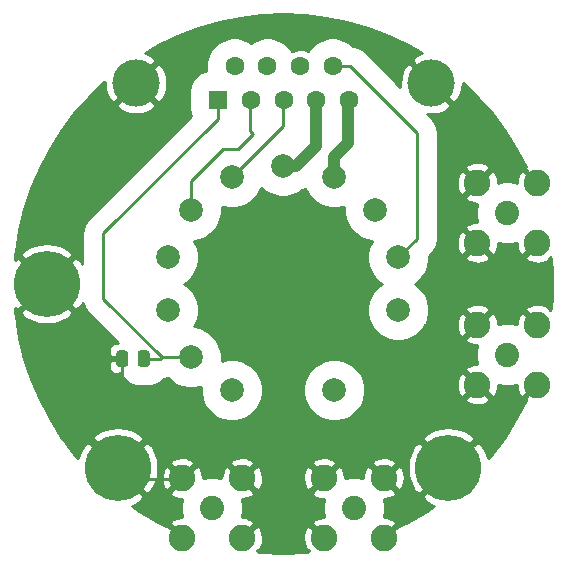
<source format=gbr>
%TF.GenerationSoftware,KiCad,Pcbnew,5.1.10*%
%TF.CreationDate,2022-04-07T14:12:36+02:00*%
%TF.ProjectId,breakoutPcb,62726561-6b6f-4757-9450-63622e6b6963,rev?*%
%TF.SameCoordinates,Original*%
%TF.FileFunction,Copper,L1,Top*%
%TF.FilePolarity,Positive*%
%FSLAX46Y46*%
G04 Gerber Fmt 4.6, Leading zero omitted, Abs format (unit mm)*
G04 Created by KiCad (PCBNEW 5.1.10) date 2022-04-07 14:12:36*
%MOMM*%
%LPD*%
G01*
G04 APERTURE LIST*
%TA.AperFunction,ComponentPad*%
%ADD10C,2.000000*%
%TD*%
%TA.AperFunction,ComponentPad*%
%ADD11C,5.600000*%
%TD*%
%TA.AperFunction,ComponentPad*%
%ADD12C,4.000000*%
%TD*%
%TA.AperFunction,ComponentPad*%
%ADD13C,1.600000*%
%TD*%
%TA.AperFunction,ComponentPad*%
%ADD14R,1.600000X1.600000*%
%TD*%
%TA.AperFunction,ComponentPad*%
%ADD15C,2.250000*%
%TD*%
%TA.AperFunction,ComponentPad*%
%ADD16C,2.050000*%
%TD*%
%TA.AperFunction,Conductor*%
%ADD17C,1.000000*%
%TD*%
%TA.AperFunction,Conductor*%
%ADD18C,0.250000*%
%TD*%
%TA.AperFunction,Conductor*%
%ADD19C,0.254000*%
%TD*%
%TA.AperFunction,Conductor*%
%ADD20C,0.100000*%
%TD*%
G04 APERTURE END LIST*
D10*
%TO.P,CRT1,14*%
%TO.N,Net-(CRT1-Pad14)*%
X80538837Y-67190312D03*
%TO.P,CRT1,13*%
%TO.N,Net-(C3-Pad2)*%
X84018314Y-69965102D03*
%TO.P,CRT1,12*%
%TO.N,Net-(CRT1-Pad12)*%
X85949279Y-73974791D03*
%TO.P,CRT1,11*%
%TO.N,Net-(C4-Pad2)*%
X85949279Y-78425209D03*
%TO.P,CRT1,9*%
%TO.N,Net-(C1-Pad2)*%
X80538837Y-85209688D03*
%TO.P,CRT1,7*%
%TO.N,Net-(C2-Pad2)*%
X71861163Y-85209688D03*
%TO.P,CRT1,6*%
%TO.N,Net-(CRT1-Pad6)*%
X68381686Y-82434898D03*
%TO.P,CRT1,5*%
%TO.N,Net-(CRT1-Pad5)*%
X66450721Y-78425209D03*
%TO.P,CRT1,4*%
%TO.N,Net-(CRT1-Pad4)*%
X66450721Y-73974791D03*
%TO.P,CRT1,3*%
%TO.N,Net-(CRT1-Pad3)*%
X68381686Y-69965102D03*
%TO.P,CRT1,2*%
%TO.N,Net-(CRT1-Pad2)*%
X71861163Y-67190312D03*
%TO.P,CRT1,1*%
%TO.N,Net-(CRT1-Pad1)*%
X76200000Y-66200000D03*
%TD*%
D11*
%TO.P,REF\u002A\u002A,1*%
%TO.N,GND*%
X62200000Y-91800000D03*
%TD*%
%TO.P,REF\u002A\u002A,1*%
%TO.N,GND*%
X90200000Y-91800000D03*
%TD*%
%TO.P,REF\u002A\u002A,1*%
%TO.N,GND*%
X56200000Y-76200000D03*
%TD*%
D12*
%TO.P,J1,0*%
%TO.N,GND*%
X63760000Y-59200000D03*
X88760000Y-59200000D03*
D13*
%TO.P,J1,9*%
%TO.N,Net-(CRT1-Pad12)*%
X80415000Y-57780000D03*
%TO.P,J1,8*%
%TO.N,GND*%
X77645000Y-57780000D03*
%TO.P,J1,7*%
%TO.N,Net-(CRT1-Pad5)*%
X74875000Y-57780000D03*
%TO.P,J1,6*%
%TO.N,Net-(CRT1-Pad4)*%
X72105000Y-57780000D03*
%TO.P,J1,5*%
%TO.N,Net-(CRT1-Pad14)*%
X81800000Y-60620000D03*
%TO.P,J1,4*%
%TO.N,Net-(CRT1-Pad1)*%
X79030000Y-60620000D03*
%TO.P,J1,3*%
%TO.N,Net-(CRT1-Pad2)*%
X76260000Y-60620000D03*
%TO.P,J1,2*%
%TO.N,Net-(CRT1-Pad3)*%
X73490000Y-60620000D03*
D14*
%TO.P,J1,1*%
%TO.N,Net-(CRT1-Pad6)*%
X70720000Y-60620000D03*
%TD*%
%TO.P,JP1,2*%
%TO.N,GND*%
%TA.AperFunction,SMDPad,CuDef*%
G36*
G01*
X63100000Y-82099998D02*
X63100000Y-83000002D01*
G75*
G02*
X62850002Y-83250000I-249998J0D01*
G01*
X62324998Y-83250000D01*
G75*
G02*
X62075000Y-83000002I0J249998D01*
G01*
X62075000Y-82099998D01*
G75*
G02*
X62324998Y-81850000I249998J0D01*
G01*
X62850002Y-81850000D01*
G75*
G02*
X63100000Y-82099998I0J-249998D01*
G01*
G37*
%TD.AperFunction*%
%TO.P,JP1,1*%
%TO.N,Net-(CRT1-Pad6)*%
%TA.AperFunction,SMDPad,CuDef*%
G36*
G01*
X64925000Y-82099998D02*
X64925000Y-83000002D01*
G75*
G02*
X64675002Y-83250000I-249998J0D01*
G01*
X64149998Y-83250000D01*
G75*
G02*
X63900000Y-83000002I0J249998D01*
G01*
X63900000Y-82099998D01*
G75*
G02*
X64149998Y-81850000I249998J0D01*
G01*
X64675002Y-81850000D01*
G75*
G02*
X64925000Y-82099998I0J-249998D01*
G01*
G37*
%TD.AperFunction*%
%TD*%
D15*
%TO.P,J5,2*%
%TO.N,GND*%
X92660000Y-84740000D03*
X92660000Y-79660000D03*
X97740000Y-79660000D03*
X97740000Y-84740000D03*
D16*
%TO.P,J5,1*%
%TO.N,Net-(C4-Pad1)*%
X95200000Y-82200000D03*
%TD*%
D15*
%TO.P,J4,2*%
%TO.N,GND*%
X92660000Y-72740000D03*
X92660000Y-67660000D03*
X97740000Y-67660000D03*
X97740000Y-72740000D03*
D16*
%TO.P,J4,1*%
%TO.N,Net-(C3-Pad1)*%
X95200000Y-70200000D03*
%TD*%
D15*
%TO.P,J3,2*%
%TO.N,GND*%
X67660000Y-97740000D03*
X67660000Y-92660000D03*
X72740000Y-92660000D03*
X72740000Y-97740000D03*
D16*
%TO.P,J3,1*%
%TO.N,Net-(C2-Pad1)*%
X70200000Y-95200000D03*
%TD*%
D15*
%TO.P,J2,2*%
%TO.N,GND*%
X79660000Y-97740000D03*
X79660000Y-92660000D03*
X84740000Y-92660000D03*
X84740000Y-97740000D03*
D16*
%TO.P,J2,1*%
%TO.N,Net-(C1-Pad1)*%
X82200000Y-95200000D03*
%TD*%
D17*
%TO.N,Net-(CRT1-Pad14)*%
X81740000Y-64310000D02*
X81740000Y-60680000D01*
X81740000Y-60680000D02*
X81800000Y-60620000D01*
X80538837Y-65511163D02*
X81740000Y-64310000D01*
X80538837Y-67190312D02*
X80538837Y-65511163D01*
D18*
%TO.N,Net-(CRT1-Pad12)*%
X81910000Y-57780000D02*
X80415000Y-57780000D01*
X87534070Y-72390000D02*
X87534070Y-63404070D01*
X87534070Y-63404070D02*
X81910000Y-57780000D01*
X85949279Y-73974791D02*
X87534070Y-72390000D01*
%TO.N,Net-(CRT1-Pad6)*%
X65924898Y-82434898D02*
X60960000Y-77470000D01*
X68381686Y-82434898D02*
X65924898Y-82434898D01*
X65809796Y-82550000D02*
X65924898Y-82434898D01*
X64412500Y-82550000D02*
X65809796Y-82550000D01*
X60960000Y-71930000D02*
X70660000Y-62230000D01*
X60960000Y-77470000D02*
X60960000Y-71930000D01*
X70660000Y-60680000D02*
X70720000Y-60620000D01*
X70660000Y-62230000D02*
X70660000Y-60680000D01*
%TO.N,Net-(CRT1-Pad3)*%
X73430000Y-60680000D02*
X73490000Y-60620000D01*
X73430000Y-63270000D02*
X73430000Y-60680000D01*
X72390000Y-64770000D02*
X73660000Y-63500000D01*
X68381686Y-69965102D02*
X68381686Y-67508314D01*
X71120000Y-64770000D02*
X72390000Y-64770000D01*
X68381686Y-67508314D02*
X71120000Y-64770000D01*
X73660000Y-63500000D02*
X73430000Y-63270000D01*
%TO.N,Net-(CRT1-Pad2)*%
X76200000Y-62851475D02*
X76200000Y-60680000D01*
X76200000Y-60680000D02*
X76260000Y-60620000D01*
X71861163Y-67190312D02*
X76200000Y-62851475D01*
D17*
%TO.N,Net-(CRT1-Pad1)*%
X78970000Y-60680000D02*
X79030000Y-60620000D01*
X78970000Y-64540000D02*
X78970000Y-60680000D01*
X77310000Y-66200000D02*
X78970000Y-64540000D01*
X76200000Y-66200000D02*
X77310000Y-66200000D01*
D18*
%TO.N,GND*%
X62587500Y-84732500D02*
X59690000Y-87630000D01*
X62587500Y-82550000D02*
X62587500Y-84732500D01*
X59690000Y-87630000D02*
X59690000Y-88900000D01*
X63500000Y-92710000D02*
X68580000Y-92710000D01*
X59690000Y-88900000D02*
X63500000Y-92710000D01*
%TD*%
D19*
%TO.N,GND*%
X78034477Y-53475927D02*
X79857056Y-53697228D01*
X81655919Y-54064468D01*
X83419397Y-54575266D01*
X85136055Y-55226309D01*
X86794759Y-56013374D01*
X87963612Y-56688211D01*
X87725474Y-56762721D01*
X87308228Y-56985742D01*
X87092106Y-57352501D01*
X88760000Y-59020395D01*
X88774143Y-59006253D01*
X88953748Y-59185858D01*
X88939605Y-59200000D01*
X90607499Y-60867894D01*
X90974258Y-60651772D01*
X91214938Y-60191895D01*
X91361275Y-59693902D01*
X91403952Y-59218135D01*
X92641973Y-60407270D01*
X93859444Y-61781510D01*
X94962386Y-63249260D01*
X95943647Y-64801000D01*
X96741090Y-66320401D01*
X96695074Y-66435469D01*
X96878959Y-66619354D01*
X97145616Y-67245221D01*
X96515469Y-66615074D01*
X96238286Y-66725921D01*
X96084911Y-67036840D01*
X95995140Y-67371705D01*
X95976784Y-67651250D01*
X95973560Y-67649915D01*
X95461199Y-67548000D01*
X94938801Y-67548000D01*
X94426440Y-67649915D01*
X94424397Y-67650761D01*
X94427576Y-67602350D01*
X94382366Y-67258620D01*
X94270966Y-66930315D01*
X94161714Y-66725921D01*
X93884531Y-66615074D01*
X92839605Y-67660000D01*
X92853748Y-67674143D01*
X92674143Y-67853748D01*
X92660000Y-67839605D01*
X91615074Y-68884531D01*
X91725921Y-69161714D01*
X92036840Y-69315089D01*
X92371705Y-69404860D01*
X92651250Y-69423216D01*
X92649915Y-69426440D01*
X92548000Y-69938801D01*
X92548000Y-70461199D01*
X92649915Y-70973560D01*
X92650761Y-70975603D01*
X92602350Y-70972424D01*
X92258620Y-71017634D01*
X91930315Y-71129034D01*
X91725921Y-71238286D01*
X91615074Y-71515469D01*
X92660000Y-72560395D01*
X92674143Y-72546253D01*
X92853748Y-72725858D01*
X92839605Y-72740000D01*
X93884531Y-73784926D01*
X94161714Y-73674079D01*
X94315089Y-73363160D01*
X94404860Y-73028295D01*
X94423216Y-72748750D01*
X94426440Y-72750085D01*
X94938801Y-72852000D01*
X95461199Y-72852000D01*
X95973560Y-72750085D01*
X95975603Y-72749239D01*
X95972424Y-72797650D01*
X96017634Y-73141380D01*
X96129034Y-73469685D01*
X96238286Y-73674079D01*
X96515469Y-73784926D01*
X97560395Y-72740000D01*
X97546253Y-72725858D01*
X97725858Y-72546253D01*
X97740000Y-72560395D01*
X97754143Y-72546253D01*
X97933748Y-72725858D01*
X97919605Y-72740000D01*
X97933748Y-72754143D01*
X97754143Y-72933748D01*
X97740000Y-72919605D01*
X96695074Y-73964531D01*
X96805921Y-74241714D01*
X97116840Y-74395089D01*
X97451705Y-74484860D01*
X97797650Y-74507576D01*
X98141380Y-74462366D01*
X98469685Y-74350966D01*
X98674079Y-74241714D01*
X98784925Y-73964533D01*
X98880900Y-74060508D01*
X98979511Y-75282017D01*
X98979511Y-77117983D01*
X98880900Y-78339492D01*
X98784925Y-78435467D01*
X98674079Y-78158286D01*
X98363160Y-78004911D01*
X98028295Y-77915140D01*
X97682350Y-77892424D01*
X97338620Y-77937634D01*
X97010315Y-78049034D01*
X96805921Y-78158286D01*
X96695074Y-78435469D01*
X97740000Y-79480395D01*
X97754143Y-79466253D01*
X97933748Y-79645858D01*
X97919605Y-79660000D01*
X97933748Y-79674143D01*
X97754143Y-79853748D01*
X97740000Y-79839605D01*
X97725858Y-79853748D01*
X97546253Y-79674143D01*
X97560395Y-79660000D01*
X96515469Y-78615074D01*
X96238286Y-78725921D01*
X96084911Y-79036840D01*
X95995140Y-79371705D01*
X95976784Y-79651250D01*
X95973560Y-79649915D01*
X95461199Y-79548000D01*
X94938801Y-79548000D01*
X94426440Y-79649915D01*
X94424397Y-79650761D01*
X94427576Y-79602350D01*
X94382366Y-79258620D01*
X94270966Y-78930315D01*
X94161714Y-78725921D01*
X93884531Y-78615074D01*
X92839605Y-79660000D01*
X92853748Y-79674143D01*
X92674143Y-79853748D01*
X92660000Y-79839605D01*
X91615074Y-80884531D01*
X91725921Y-81161714D01*
X92036840Y-81315089D01*
X92371705Y-81404860D01*
X92651250Y-81423216D01*
X92649915Y-81426440D01*
X92548000Y-81938801D01*
X92548000Y-82461199D01*
X92649915Y-82973560D01*
X92650761Y-82975603D01*
X92602350Y-82972424D01*
X92258620Y-83017634D01*
X91930315Y-83129034D01*
X91725921Y-83238286D01*
X91615074Y-83515469D01*
X92660000Y-84560395D01*
X92674143Y-84546253D01*
X92853748Y-84725858D01*
X92839605Y-84740000D01*
X93884531Y-85784926D01*
X94161714Y-85674079D01*
X94315089Y-85363160D01*
X94404860Y-85028295D01*
X94423216Y-84748750D01*
X94426440Y-84750085D01*
X94938801Y-84852000D01*
X95461199Y-84852000D01*
X95973560Y-84750085D01*
X95975603Y-84749239D01*
X95972424Y-84797650D01*
X96017634Y-85141380D01*
X96129034Y-85469685D01*
X96238286Y-85674079D01*
X96515469Y-85784926D01*
X97145616Y-85154779D01*
X96878959Y-85780646D01*
X96695074Y-85964531D01*
X96741090Y-86079599D01*
X95943647Y-87599000D01*
X94962386Y-89150740D01*
X93859444Y-90618490D01*
X93540055Y-90979005D01*
X93392130Y-90486994D01*
X93074639Y-89889470D01*
X93065177Y-89875308D01*
X92616481Y-89563124D01*
X90379605Y-91800000D01*
X90393748Y-91814143D01*
X90214143Y-91993748D01*
X90200000Y-91979605D01*
X87963124Y-94216481D01*
X88275308Y-94665177D01*
X88871259Y-94985612D01*
X89019027Y-95030835D01*
X88384752Y-95468644D01*
X86794759Y-96386626D01*
X86062311Y-96734177D01*
X85964531Y-96695074D01*
X85801827Y-96857778D01*
X85136055Y-97173691D01*
X85120991Y-97179404D01*
X85784926Y-96515469D01*
X85674079Y-96238286D01*
X85363160Y-96084911D01*
X85028295Y-95995140D01*
X84748750Y-95976784D01*
X84750085Y-95973560D01*
X84852000Y-95461199D01*
X84852000Y-94938801D01*
X84750085Y-94426440D01*
X84749239Y-94424397D01*
X84797650Y-94427576D01*
X85141380Y-94382366D01*
X85469685Y-94270966D01*
X85674079Y-94161714D01*
X85784926Y-93884531D01*
X84740000Y-92839605D01*
X84725858Y-92853748D01*
X84546253Y-92674143D01*
X84560395Y-92660000D01*
X84919605Y-92660000D01*
X85964531Y-93704926D01*
X86241714Y-93594079D01*
X86395089Y-93283160D01*
X86484860Y-92948295D01*
X86507576Y-92602350D01*
X86462366Y-92258620D01*
X86350966Y-91930315D01*
X86276759Y-91791484D01*
X86748390Y-91791484D01*
X86813051Y-92465023D01*
X87007870Y-93113006D01*
X87325361Y-93710530D01*
X87334823Y-93724692D01*
X87783519Y-94036876D01*
X90020395Y-91800000D01*
X87783519Y-89563124D01*
X87334823Y-89875308D01*
X87014388Y-90471259D01*
X86816374Y-91118273D01*
X86748390Y-91791484D01*
X86276759Y-91791484D01*
X86241714Y-91725921D01*
X85964531Y-91615074D01*
X84919605Y-92660000D01*
X84560395Y-92660000D01*
X83515469Y-91615074D01*
X83238286Y-91725921D01*
X83084911Y-92036840D01*
X82995140Y-92371705D01*
X82976784Y-92651250D01*
X82973560Y-92649915D01*
X82461199Y-92548000D01*
X81938801Y-92548000D01*
X81426440Y-92649915D01*
X81424397Y-92650761D01*
X81427576Y-92602350D01*
X81382366Y-92258620D01*
X81270966Y-91930315D01*
X81161714Y-91725921D01*
X80884531Y-91615074D01*
X79839605Y-92660000D01*
X79853748Y-92674143D01*
X79674143Y-92853748D01*
X79660000Y-92839605D01*
X78615074Y-93884531D01*
X78725921Y-94161714D01*
X79036840Y-94315089D01*
X79371705Y-94404860D01*
X79651250Y-94423216D01*
X79649915Y-94426440D01*
X79548000Y-94938801D01*
X79548000Y-95461199D01*
X79649915Y-95973560D01*
X79650761Y-95975603D01*
X79602350Y-95972424D01*
X79258620Y-96017634D01*
X78930315Y-96129034D01*
X78725921Y-96238286D01*
X78615074Y-96515469D01*
X79660000Y-97560395D01*
X79674143Y-97546253D01*
X79853748Y-97725858D01*
X79839605Y-97740000D01*
X79853748Y-97754143D01*
X79674143Y-97933748D01*
X79660000Y-97919605D01*
X79645858Y-97933748D01*
X79466253Y-97754143D01*
X79480395Y-97740000D01*
X78435469Y-96695074D01*
X78158286Y-96805921D01*
X78004911Y-97116840D01*
X77915140Y-97451705D01*
X77892424Y-97797650D01*
X77937634Y-98141380D01*
X78049034Y-98469685D01*
X78158286Y-98674079D01*
X78435467Y-98784925D01*
X78332506Y-98887886D01*
X78034477Y-98924073D01*
X76200000Y-98998000D01*
X74365523Y-98924073D01*
X74067494Y-98887886D01*
X73964533Y-98784925D01*
X74241714Y-98674079D01*
X74395089Y-98363160D01*
X74484860Y-98028295D01*
X74507576Y-97682350D01*
X74462366Y-97338620D01*
X74350966Y-97010315D01*
X74241714Y-96805921D01*
X73964531Y-96695074D01*
X72919605Y-97740000D01*
X72933748Y-97754143D01*
X72754143Y-97933748D01*
X72740000Y-97919605D01*
X72725858Y-97933748D01*
X72546253Y-97754143D01*
X72560395Y-97740000D01*
X72546253Y-97725858D01*
X72725858Y-97546253D01*
X72740000Y-97560395D01*
X73784926Y-96515469D01*
X73674079Y-96238286D01*
X73363160Y-96084911D01*
X73028295Y-95995140D01*
X72748750Y-95976784D01*
X72750085Y-95973560D01*
X72852000Y-95461199D01*
X72852000Y-94938801D01*
X72750085Y-94426440D01*
X72749239Y-94424397D01*
X72797650Y-94427576D01*
X73141380Y-94382366D01*
X73469685Y-94270966D01*
X73674079Y-94161714D01*
X73784926Y-93884531D01*
X72740000Y-92839605D01*
X72725858Y-92853748D01*
X72546253Y-92674143D01*
X72560395Y-92660000D01*
X72919605Y-92660000D01*
X73964531Y-93704926D01*
X74241714Y-93594079D01*
X74395089Y-93283160D01*
X74484860Y-92948295D01*
X74500004Y-92717650D01*
X77892424Y-92717650D01*
X77937634Y-93061380D01*
X78049034Y-93389685D01*
X78158286Y-93594079D01*
X78435469Y-93704926D01*
X79480395Y-92660000D01*
X78435469Y-91615074D01*
X78158286Y-91725921D01*
X78004911Y-92036840D01*
X77915140Y-92371705D01*
X77892424Y-92717650D01*
X74500004Y-92717650D01*
X74507576Y-92602350D01*
X74462366Y-92258620D01*
X74350966Y-91930315D01*
X74241714Y-91725921D01*
X73964531Y-91615074D01*
X72919605Y-92660000D01*
X72560395Y-92660000D01*
X71515469Y-91615074D01*
X71238286Y-91725921D01*
X71084911Y-92036840D01*
X70995140Y-92371705D01*
X70976784Y-92651250D01*
X70973560Y-92649915D01*
X70461199Y-92548000D01*
X69938801Y-92548000D01*
X69426440Y-92649915D01*
X69424397Y-92650761D01*
X69427576Y-92602350D01*
X69382366Y-92258620D01*
X69270966Y-91930315D01*
X69161714Y-91725921D01*
X68884531Y-91615074D01*
X67839605Y-92660000D01*
X67853748Y-92674143D01*
X67674143Y-92853748D01*
X67660000Y-92839605D01*
X66615074Y-93884531D01*
X66725921Y-94161714D01*
X67036840Y-94315089D01*
X67371705Y-94404860D01*
X67651250Y-94423216D01*
X67649915Y-94426440D01*
X67548000Y-94938801D01*
X67548000Y-95461199D01*
X67649915Y-95973560D01*
X67650761Y-95975603D01*
X67602350Y-95972424D01*
X67258620Y-96017634D01*
X66930315Y-96129034D01*
X66725921Y-96238286D01*
X66615074Y-96515469D01*
X67279009Y-97179404D01*
X67263945Y-97173691D01*
X66598173Y-96857778D01*
X66435469Y-96695074D01*
X66337689Y-96734177D01*
X65605241Y-96386626D01*
X64015248Y-95468644D01*
X63381973Y-95031526D01*
X63513006Y-94992130D01*
X64110530Y-94674639D01*
X64124692Y-94665177D01*
X64436876Y-94216481D01*
X62200000Y-91979605D01*
X62185858Y-91993748D01*
X62006253Y-91814143D01*
X62020395Y-91800000D01*
X62379605Y-91800000D01*
X64616481Y-94036876D01*
X65065177Y-93724692D01*
X65385612Y-93128741D01*
X65511423Y-92717650D01*
X65892424Y-92717650D01*
X65937634Y-93061380D01*
X66049034Y-93389685D01*
X66158286Y-93594079D01*
X66435469Y-93704926D01*
X67480395Y-92660000D01*
X66435469Y-91615074D01*
X66158286Y-91725921D01*
X66004911Y-92036840D01*
X65915140Y-92371705D01*
X65892424Y-92717650D01*
X65511423Y-92717650D01*
X65583626Y-92481727D01*
X65651610Y-91808516D01*
X65615797Y-91435469D01*
X66615074Y-91435469D01*
X67660000Y-92480395D01*
X68704926Y-91435469D01*
X71695074Y-91435469D01*
X72740000Y-92480395D01*
X73784926Y-91435469D01*
X78615074Y-91435469D01*
X79660000Y-92480395D01*
X80704926Y-91435469D01*
X83695074Y-91435469D01*
X84740000Y-92480395D01*
X85784926Y-91435469D01*
X85674079Y-91158286D01*
X85363160Y-91004911D01*
X85028295Y-90915140D01*
X84682350Y-90892424D01*
X84338620Y-90937634D01*
X84010315Y-91049034D01*
X83805921Y-91158286D01*
X83695074Y-91435469D01*
X80704926Y-91435469D01*
X80594079Y-91158286D01*
X80283160Y-91004911D01*
X79948295Y-90915140D01*
X79602350Y-90892424D01*
X79258620Y-90937634D01*
X78930315Y-91049034D01*
X78725921Y-91158286D01*
X78615074Y-91435469D01*
X73784926Y-91435469D01*
X73674079Y-91158286D01*
X73363160Y-91004911D01*
X73028295Y-90915140D01*
X72682350Y-90892424D01*
X72338620Y-90937634D01*
X72010315Y-91049034D01*
X71805921Y-91158286D01*
X71695074Y-91435469D01*
X68704926Y-91435469D01*
X68594079Y-91158286D01*
X68283160Y-91004911D01*
X67948295Y-90915140D01*
X67602350Y-90892424D01*
X67258620Y-90937634D01*
X66930315Y-91049034D01*
X66725921Y-91158286D01*
X66615074Y-91435469D01*
X65615797Y-91435469D01*
X65586949Y-91134977D01*
X65392130Y-90486994D01*
X65074639Y-89889470D01*
X65065177Y-89875308D01*
X64616481Y-89563124D01*
X62379605Y-91800000D01*
X62020395Y-91800000D01*
X59783519Y-89563124D01*
X59334823Y-89875308D01*
X59014388Y-90471259D01*
X58859240Y-90978209D01*
X58540556Y-90618490D01*
X57612536Y-89383519D01*
X59963124Y-89383519D01*
X62200000Y-91620395D01*
X64436876Y-89383519D01*
X87963124Y-89383519D01*
X90200000Y-91620395D01*
X92436876Y-89383519D01*
X92124692Y-88934823D01*
X91528741Y-88614388D01*
X90881727Y-88416374D01*
X90208516Y-88348390D01*
X89534977Y-88413051D01*
X88886994Y-88607870D01*
X88289470Y-88925361D01*
X88275308Y-88934823D01*
X87963124Y-89383519D01*
X64436876Y-89383519D01*
X64124692Y-88934823D01*
X63528741Y-88614388D01*
X62881727Y-88416374D01*
X62208516Y-88348390D01*
X61534977Y-88413051D01*
X60886994Y-88607870D01*
X60289470Y-88925361D01*
X60275308Y-88934823D01*
X59963124Y-89383519D01*
X57612536Y-89383519D01*
X57437614Y-89150740D01*
X56456353Y-87599000D01*
X55603137Y-85973333D01*
X54883500Y-84284282D01*
X54302108Y-82542802D01*
X53862733Y-80760186D01*
X53568223Y-78947995D01*
X53541461Y-78616481D01*
X53963124Y-78616481D01*
X54275308Y-79065177D01*
X54871259Y-79385612D01*
X55518273Y-79583626D01*
X56191484Y-79651610D01*
X56865023Y-79586949D01*
X57513006Y-79392130D01*
X58110530Y-79074639D01*
X58124692Y-79065177D01*
X58436876Y-78616481D01*
X56200000Y-76379605D01*
X53963124Y-78616481D01*
X53541461Y-78616481D01*
X53511693Y-78247751D01*
X53783519Y-78436876D01*
X56020395Y-76200000D01*
X56379605Y-76200000D01*
X58616481Y-78436876D01*
X59065177Y-78124692D01*
X59233223Y-77812158D01*
X59233350Y-77813451D01*
X59333531Y-78143704D01*
X59496217Y-78448068D01*
X59715155Y-78714845D01*
X59782008Y-78769710D01*
X62226275Y-81213977D01*
X62075000Y-81211928D01*
X61950518Y-81224188D01*
X61830820Y-81260498D01*
X61720506Y-81319463D01*
X61623815Y-81398815D01*
X61544463Y-81495506D01*
X61485498Y-81605820D01*
X61449188Y-81725518D01*
X61436928Y-81850000D01*
X61440000Y-82264250D01*
X61598750Y-82423000D01*
X62265128Y-82423000D01*
X62265128Y-82677000D01*
X61598750Y-82677000D01*
X61440000Y-82835750D01*
X61436928Y-83250000D01*
X61449188Y-83374482D01*
X61485498Y-83494180D01*
X61544463Y-83604494D01*
X61623815Y-83701185D01*
X61720506Y-83780537D01*
X61830820Y-83839502D01*
X61950518Y-83875812D01*
X62075000Y-83888072D01*
X62301750Y-83885000D01*
X62428402Y-83758348D01*
X62460498Y-83818395D01*
X62460498Y-83885000D01*
X62496099Y-83885000D01*
X62582786Y-84047180D01*
X62817194Y-84332806D01*
X63102820Y-84567214D01*
X63428689Y-84741395D01*
X63782278Y-84848655D01*
X64149998Y-84884872D01*
X64675002Y-84884872D01*
X65042722Y-84848655D01*
X65396311Y-84741395D01*
X65722180Y-84567214D01*
X66007806Y-84332806D01*
X66045155Y-84287296D01*
X66153248Y-84276650D01*
X66425663Y-84194014D01*
X66707071Y-84475422D01*
X67137335Y-84762915D01*
X67615418Y-84960944D01*
X68122949Y-85061898D01*
X68640423Y-85061898D01*
X69147954Y-84960944D01*
X69239738Y-84922926D01*
X69234163Y-84950951D01*
X69234163Y-85468425D01*
X69335117Y-85975956D01*
X69533146Y-86454039D01*
X69820639Y-86884303D01*
X70186548Y-87250212D01*
X70616812Y-87537705D01*
X71094895Y-87735734D01*
X71602426Y-87836688D01*
X72119900Y-87836688D01*
X72627431Y-87735734D01*
X73105514Y-87537705D01*
X73535778Y-87250212D01*
X73901687Y-86884303D01*
X74189180Y-86454039D01*
X74387209Y-85975956D01*
X74488163Y-85468425D01*
X74488163Y-84950951D01*
X77911837Y-84950951D01*
X77911837Y-85468425D01*
X78012791Y-85975956D01*
X78210820Y-86454039D01*
X78498313Y-86884303D01*
X78864222Y-87250212D01*
X79294486Y-87537705D01*
X79772569Y-87735734D01*
X80280100Y-87836688D01*
X80797574Y-87836688D01*
X81305105Y-87735734D01*
X81783188Y-87537705D01*
X82213452Y-87250212D01*
X82579361Y-86884303D01*
X82866854Y-86454039D01*
X83064883Y-85975956D01*
X83067155Y-85964531D01*
X91615074Y-85964531D01*
X91725921Y-86241714D01*
X92036840Y-86395089D01*
X92371705Y-86484860D01*
X92717650Y-86507576D01*
X93061380Y-86462366D01*
X93389685Y-86350966D01*
X93594079Y-86241714D01*
X93704926Y-85964531D01*
X92660000Y-84919605D01*
X91615074Y-85964531D01*
X83067155Y-85964531D01*
X83165837Y-85468425D01*
X83165837Y-84950951D01*
X83135344Y-84797650D01*
X90892424Y-84797650D01*
X90937634Y-85141380D01*
X91049034Y-85469685D01*
X91158286Y-85674079D01*
X91435469Y-85784926D01*
X92480395Y-84740000D01*
X91435469Y-83695074D01*
X91158286Y-83805921D01*
X91004911Y-84116840D01*
X90915140Y-84451705D01*
X90892424Y-84797650D01*
X83135344Y-84797650D01*
X83064883Y-84443420D01*
X82866854Y-83965337D01*
X82579361Y-83535073D01*
X82213452Y-83169164D01*
X81783188Y-82881671D01*
X81305105Y-82683642D01*
X80797574Y-82582688D01*
X80280100Y-82582688D01*
X79772569Y-82683642D01*
X79294486Y-82881671D01*
X78864222Y-83169164D01*
X78498313Y-83535073D01*
X78210820Y-83965337D01*
X78012791Y-84443420D01*
X77911837Y-84950951D01*
X74488163Y-84950951D01*
X74387209Y-84443420D01*
X74189180Y-83965337D01*
X73901687Y-83535073D01*
X73535778Y-83169164D01*
X73105514Y-82881671D01*
X72627431Y-82683642D01*
X72119900Y-82582688D01*
X71602426Y-82582688D01*
X71094895Y-82683642D01*
X71003111Y-82721660D01*
X71008686Y-82693635D01*
X71008686Y-82176161D01*
X70907732Y-81668630D01*
X70709703Y-81190547D01*
X70422210Y-80760283D01*
X70056301Y-80394374D01*
X69626037Y-80106881D01*
X69147954Y-79908852D01*
X68680921Y-79815954D01*
X68778738Y-79669560D01*
X68976767Y-79191477D01*
X69077721Y-78683946D01*
X69077721Y-78166472D01*
X68976767Y-77658941D01*
X68778738Y-77180858D01*
X68491245Y-76750594D01*
X68125336Y-76384685D01*
X67848935Y-76200000D01*
X68125336Y-76015315D01*
X68491245Y-75649406D01*
X68778738Y-75219142D01*
X68976767Y-74741059D01*
X69077721Y-74233528D01*
X69077721Y-73716054D01*
X68976767Y-73208523D01*
X68778738Y-72730440D01*
X68680921Y-72584046D01*
X69147954Y-72491148D01*
X69626037Y-72293119D01*
X70056301Y-72005626D01*
X70422210Y-71639717D01*
X70709703Y-71209453D01*
X70907732Y-70731370D01*
X71008686Y-70223839D01*
X71008686Y-69706365D01*
X71003111Y-69678340D01*
X71094895Y-69716358D01*
X71602426Y-69817312D01*
X72119900Y-69817312D01*
X72627431Y-69716358D01*
X73105514Y-69518329D01*
X73535778Y-69230836D01*
X73901687Y-68864927D01*
X74189180Y-68434663D01*
X74344514Y-68059653D01*
X74525385Y-68240524D01*
X74955649Y-68528017D01*
X75433732Y-68726046D01*
X75941263Y-68827000D01*
X76458737Y-68827000D01*
X76966268Y-68726046D01*
X77444351Y-68528017D01*
X77844709Y-68260506D01*
X78105867Y-68181285D01*
X78210820Y-68434663D01*
X78498313Y-68864927D01*
X78864222Y-69230836D01*
X79294486Y-69518329D01*
X79772569Y-69716358D01*
X80280100Y-69817312D01*
X80797574Y-69817312D01*
X81305105Y-69716358D01*
X81396889Y-69678340D01*
X81391314Y-69706365D01*
X81391314Y-70223839D01*
X81492268Y-70731370D01*
X81690297Y-71209453D01*
X81977790Y-71639717D01*
X82343699Y-72005626D01*
X82773963Y-72293119D01*
X83252046Y-72491148D01*
X83719079Y-72584046D01*
X83621262Y-72730440D01*
X83423233Y-73208523D01*
X83322279Y-73716054D01*
X83322279Y-74233528D01*
X83423233Y-74741059D01*
X83621262Y-75219142D01*
X83908755Y-75649406D01*
X84274664Y-76015315D01*
X84551065Y-76200000D01*
X84274664Y-76384685D01*
X83908755Y-76750594D01*
X83621262Y-77180858D01*
X83423233Y-77658941D01*
X83322279Y-78166472D01*
X83322279Y-78683946D01*
X83423233Y-79191477D01*
X83621262Y-79669560D01*
X83908755Y-80099824D01*
X84274664Y-80465733D01*
X84704928Y-80753226D01*
X85183011Y-80951255D01*
X85690542Y-81052209D01*
X86208016Y-81052209D01*
X86715547Y-80951255D01*
X87193630Y-80753226D01*
X87623894Y-80465733D01*
X87989803Y-80099824D01*
X88245163Y-79717650D01*
X90892424Y-79717650D01*
X90937634Y-80061380D01*
X91049034Y-80389685D01*
X91158286Y-80594079D01*
X91435469Y-80704926D01*
X92480395Y-79660000D01*
X91435469Y-78615074D01*
X91158286Y-78725921D01*
X91004911Y-79036840D01*
X90915140Y-79371705D01*
X90892424Y-79717650D01*
X88245163Y-79717650D01*
X88277296Y-79669560D01*
X88475325Y-79191477D01*
X88576279Y-78683946D01*
X88576279Y-78435469D01*
X91615074Y-78435469D01*
X92660000Y-79480395D01*
X93704926Y-78435469D01*
X93594079Y-78158286D01*
X93283160Y-78004911D01*
X92948295Y-77915140D01*
X92602350Y-77892424D01*
X92258620Y-77937634D01*
X91930315Y-78049034D01*
X91725921Y-78158286D01*
X91615074Y-78435469D01*
X88576279Y-78435469D01*
X88576279Y-78166472D01*
X88475325Y-77658941D01*
X88277296Y-77180858D01*
X87989803Y-76750594D01*
X87623894Y-76384685D01*
X87347493Y-76200000D01*
X87623894Y-76015315D01*
X87989803Y-75649406D01*
X88277296Y-75219142D01*
X88475325Y-74741059D01*
X88576279Y-74233528D01*
X88576279Y-73964531D01*
X91615074Y-73964531D01*
X91725921Y-74241714D01*
X92036840Y-74395089D01*
X92371705Y-74484860D01*
X92717650Y-74507576D01*
X93061380Y-74462366D01*
X93389685Y-74350966D01*
X93594079Y-74241714D01*
X93704926Y-73964531D01*
X92660000Y-72919605D01*
X91615074Y-73964531D01*
X88576279Y-73964531D01*
X88576279Y-73825494D01*
X88712068Y-73689705D01*
X88778915Y-73634845D01*
X88833775Y-73567998D01*
X88833781Y-73567992D01*
X88997853Y-73368069D01*
X89101133Y-73174845D01*
X89160539Y-73063705D01*
X89241245Y-72797650D01*
X90892424Y-72797650D01*
X90937634Y-73141380D01*
X91049034Y-73469685D01*
X91158286Y-73674079D01*
X91435469Y-73784926D01*
X92480395Y-72740000D01*
X91435469Y-71695074D01*
X91158286Y-71805921D01*
X91004911Y-72116840D01*
X90915140Y-72451705D01*
X90892424Y-72797650D01*
X89241245Y-72797650D01*
X89260720Y-72733452D01*
X89286070Y-72476069D01*
X89286070Y-72476061D01*
X89294546Y-72390000D01*
X89286070Y-72303939D01*
X89286070Y-67717650D01*
X90892424Y-67717650D01*
X90937634Y-68061380D01*
X91049034Y-68389685D01*
X91158286Y-68594079D01*
X91435469Y-68704926D01*
X92480395Y-67660000D01*
X91435469Y-66615074D01*
X91158286Y-66725921D01*
X91004911Y-67036840D01*
X90915140Y-67371705D01*
X90892424Y-67717650D01*
X89286070Y-67717650D01*
X89286070Y-66435469D01*
X91615074Y-66435469D01*
X92660000Y-67480395D01*
X93704926Y-66435469D01*
X93594079Y-66158286D01*
X93283160Y-66004911D01*
X92948295Y-65915140D01*
X92602350Y-65892424D01*
X92258620Y-65937634D01*
X91930315Y-66049034D01*
X91725921Y-66158286D01*
X91615074Y-66435469D01*
X89286070Y-66435469D01*
X89286070Y-63490130D01*
X89294546Y-63404069D01*
X89286070Y-63318008D01*
X89286070Y-63318001D01*
X89260720Y-63060618D01*
X89160539Y-62730365D01*
X88997853Y-62426001D01*
X88978738Y-62402709D01*
X88833781Y-62226078D01*
X88833775Y-62226072D01*
X88778915Y-62159225D01*
X88712068Y-62104365D01*
X88423057Y-61815354D01*
X88783071Y-61847648D01*
X89299159Y-61792273D01*
X89794526Y-61637279D01*
X90211772Y-61414258D01*
X90427894Y-61047499D01*
X88760000Y-59379605D01*
X88745858Y-59393748D01*
X88566253Y-59214143D01*
X88580395Y-59200000D01*
X86912501Y-57532106D01*
X86545742Y-57748228D01*
X86305062Y-58208105D01*
X86158725Y-58706098D01*
X86112352Y-59223071D01*
X86146196Y-59538494D01*
X83209710Y-56602008D01*
X83154845Y-56535155D01*
X83083249Y-56476397D01*
X83017488Y-56422429D01*
X82888069Y-56316217D01*
X82583705Y-56153531D01*
X82253452Y-56053350D01*
X82106137Y-56038841D01*
X81962122Y-55894826D01*
X81564615Y-55629221D01*
X81122930Y-55446268D01*
X80654039Y-55353000D01*
X80175961Y-55353000D01*
X79707070Y-55446268D01*
X79265385Y-55629221D01*
X78867878Y-55894826D01*
X78529826Y-56232878D01*
X78337793Y-56520276D01*
X78131004Y-56422429D01*
X77856816Y-56353700D01*
X77574488Y-56339783D01*
X77294870Y-56381213D01*
X77028708Y-56476397D01*
X76950735Y-56518074D01*
X76760174Y-56232878D01*
X76422122Y-55894826D01*
X76024615Y-55629221D01*
X75582930Y-55446268D01*
X75114039Y-55353000D01*
X74635961Y-55353000D01*
X74167070Y-55446268D01*
X73725385Y-55629221D01*
X73490000Y-55786500D01*
X73254615Y-55629221D01*
X72812930Y-55446268D01*
X72344039Y-55353000D01*
X71865961Y-55353000D01*
X71397070Y-55446268D01*
X70955385Y-55629221D01*
X70557878Y-55894826D01*
X70219826Y-56232878D01*
X69954221Y-56630385D01*
X69771268Y-57072070D01*
X69678000Y-57540961D01*
X69678000Y-58019039D01*
X69715052Y-58205314D01*
X69601052Y-58216542D01*
X69294362Y-58309575D01*
X69011714Y-58460654D01*
X68763971Y-58663971D01*
X68560654Y-58911714D01*
X68409575Y-59194362D01*
X68316542Y-59501052D01*
X68285128Y-59820000D01*
X68285128Y-61420000D01*
X68316542Y-61738948D01*
X68399587Y-62012711D01*
X59782003Y-70630295D01*
X59715156Y-70685155D01*
X59660296Y-70752002D01*
X59660289Y-70752009D01*
X59496217Y-70951932D01*
X59333532Y-71256295D01*
X59233350Y-71586549D01*
X59199524Y-71930000D01*
X59208001Y-72016071D01*
X59208001Y-74540459D01*
X59074639Y-74289470D01*
X59065177Y-74275308D01*
X58616481Y-73963124D01*
X56379605Y-76200000D01*
X56020395Y-76200000D01*
X53783519Y-73963124D01*
X53511693Y-74152249D01*
X53541460Y-73783519D01*
X53963124Y-73783519D01*
X56200000Y-76020395D01*
X58436876Y-73783519D01*
X58124692Y-73334823D01*
X57528741Y-73014388D01*
X56881727Y-72816374D01*
X56208516Y-72748390D01*
X55534977Y-72813051D01*
X54886994Y-73007870D01*
X54289470Y-73325361D01*
X54275308Y-73334823D01*
X53963124Y-73783519D01*
X53541460Y-73783519D01*
X53568223Y-73452005D01*
X53862733Y-71639814D01*
X54302108Y-69857198D01*
X54883500Y-68115718D01*
X55603137Y-66426667D01*
X56456353Y-64801000D01*
X57437614Y-63249260D01*
X58540556Y-61781510D01*
X59190833Y-61047499D01*
X62092106Y-61047499D01*
X62308228Y-61414258D01*
X62768105Y-61654938D01*
X63266098Y-61801275D01*
X63783071Y-61847648D01*
X64299159Y-61792273D01*
X64794526Y-61637279D01*
X65211772Y-61414258D01*
X65427894Y-61047499D01*
X63760000Y-59379605D01*
X62092106Y-61047499D01*
X59190833Y-61047499D01*
X59758027Y-60407270D01*
X61082130Y-59135452D01*
X61123221Y-59101902D01*
X61112352Y-59223071D01*
X61167727Y-59739159D01*
X61322721Y-60234526D01*
X61545742Y-60651772D01*
X61912501Y-60867894D01*
X63580395Y-59200000D01*
X63939605Y-59200000D01*
X65607499Y-60867894D01*
X65974258Y-60651772D01*
X66214938Y-60191895D01*
X66361275Y-59693902D01*
X66407648Y-59176929D01*
X66352273Y-58660841D01*
X66197279Y-58165474D01*
X65974258Y-57748228D01*
X65607499Y-57532106D01*
X63939605Y-59200000D01*
X63580395Y-59200000D01*
X63566253Y-59185858D01*
X63745858Y-59006253D01*
X63760000Y-59020395D01*
X65427894Y-57352501D01*
X65211772Y-56985742D01*
X64751895Y-56745062D01*
X64477552Y-56664445D01*
X65605241Y-56013374D01*
X67263945Y-55226309D01*
X68980603Y-54575266D01*
X70744081Y-54064468D01*
X72542944Y-53697228D01*
X74365523Y-53475927D01*
X76200000Y-53402000D01*
X78034477Y-53475927D01*
%TA.AperFunction,Conductor*%
D20*
G36*
X78034477Y-53475927D02*
G01*
X79857056Y-53697228D01*
X81655919Y-54064468D01*
X83419397Y-54575266D01*
X85136055Y-55226309D01*
X86794759Y-56013374D01*
X87963612Y-56688211D01*
X87725474Y-56762721D01*
X87308228Y-56985742D01*
X87092106Y-57352501D01*
X88760000Y-59020395D01*
X88774143Y-59006253D01*
X88953748Y-59185858D01*
X88939605Y-59200000D01*
X90607499Y-60867894D01*
X90974258Y-60651772D01*
X91214938Y-60191895D01*
X91361275Y-59693902D01*
X91403952Y-59218135D01*
X92641973Y-60407270D01*
X93859444Y-61781510D01*
X94962386Y-63249260D01*
X95943647Y-64801000D01*
X96741090Y-66320401D01*
X96695074Y-66435469D01*
X96878959Y-66619354D01*
X97145616Y-67245221D01*
X96515469Y-66615074D01*
X96238286Y-66725921D01*
X96084911Y-67036840D01*
X95995140Y-67371705D01*
X95976784Y-67651250D01*
X95973560Y-67649915D01*
X95461199Y-67548000D01*
X94938801Y-67548000D01*
X94426440Y-67649915D01*
X94424397Y-67650761D01*
X94427576Y-67602350D01*
X94382366Y-67258620D01*
X94270966Y-66930315D01*
X94161714Y-66725921D01*
X93884531Y-66615074D01*
X92839605Y-67660000D01*
X92853748Y-67674143D01*
X92674143Y-67853748D01*
X92660000Y-67839605D01*
X91615074Y-68884531D01*
X91725921Y-69161714D01*
X92036840Y-69315089D01*
X92371705Y-69404860D01*
X92651250Y-69423216D01*
X92649915Y-69426440D01*
X92548000Y-69938801D01*
X92548000Y-70461199D01*
X92649915Y-70973560D01*
X92650761Y-70975603D01*
X92602350Y-70972424D01*
X92258620Y-71017634D01*
X91930315Y-71129034D01*
X91725921Y-71238286D01*
X91615074Y-71515469D01*
X92660000Y-72560395D01*
X92674143Y-72546253D01*
X92853748Y-72725858D01*
X92839605Y-72740000D01*
X93884531Y-73784926D01*
X94161714Y-73674079D01*
X94315089Y-73363160D01*
X94404860Y-73028295D01*
X94423216Y-72748750D01*
X94426440Y-72750085D01*
X94938801Y-72852000D01*
X95461199Y-72852000D01*
X95973560Y-72750085D01*
X95975603Y-72749239D01*
X95972424Y-72797650D01*
X96017634Y-73141380D01*
X96129034Y-73469685D01*
X96238286Y-73674079D01*
X96515469Y-73784926D01*
X97560395Y-72740000D01*
X97546253Y-72725858D01*
X97725858Y-72546253D01*
X97740000Y-72560395D01*
X97754143Y-72546253D01*
X97933748Y-72725858D01*
X97919605Y-72740000D01*
X97933748Y-72754143D01*
X97754143Y-72933748D01*
X97740000Y-72919605D01*
X96695074Y-73964531D01*
X96805921Y-74241714D01*
X97116840Y-74395089D01*
X97451705Y-74484860D01*
X97797650Y-74507576D01*
X98141380Y-74462366D01*
X98469685Y-74350966D01*
X98674079Y-74241714D01*
X98784925Y-73964533D01*
X98880900Y-74060508D01*
X98979511Y-75282017D01*
X98979511Y-77117983D01*
X98880900Y-78339492D01*
X98784925Y-78435467D01*
X98674079Y-78158286D01*
X98363160Y-78004911D01*
X98028295Y-77915140D01*
X97682350Y-77892424D01*
X97338620Y-77937634D01*
X97010315Y-78049034D01*
X96805921Y-78158286D01*
X96695074Y-78435469D01*
X97740000Y-79480395D01*
X97754143Y-79466253D01*
X97933748Y-79645858D01*
X97919605Y-79660000D01*
X97933748Y-79674143D01*
X97754143Y-79853748D01*
X97740000Y-79839605D01*
X97725858Y-79853748D01*
X97546253Y-79674143D01*
X97560395Y-79660000D01*
X96515469Y-78615074D01*
X96238286Y-78725921D01*
X96084911Y-79036840D01*
X95995140Y-79371705D01*
X95976784Y-79651250D01*
X95973560Y-79649915D01*
X95461199Y-79548000D01*
X94938801Y-79548000D01*
X94426440Y-79649915D01*
X94424397Y-79650761D01*
X94427576Y-79602350D01*
X94382366Y-79258620D01*
X94270966Y-78930315D01*
X94161714Y-78725921D01*
X93884531Y-78615074D01*
X92839605Y-79660000D01*
X92853748Y-79674143D01*
X92674143Y-79853748D01*
X92660000Y-79839605D01*
X91615074Y-80884531D01*
X91725921Y-81161714D01*
X92036840Y-81315089D01*
X92371705Y-81404860D01*
X92651250Y-81423216D01*
X92649915Y-81426440D01*
X92548000Y-81938801D01*
X92548000Y-82461199D01*
X92649915Y-82973560D01*
X92650761Y-82975603D01*
X92602350Y-82972424D01*
X92258620Y-83017634D01*
X91930315Y-83129034D01*
X91725921Y-83238286D01*
X91615074Y-83515469D01*
X92660000Y-84560395D01*
X92674143Y-84546253D01*
X92853748Y-84725858D01*
X92839605Y-84740000D01*
X93884531Y-85784926D01*
X94161714Y-85674079D01*
X94315089Y-85363160D01*
X94404860Y-85028295D01*
X94423216Y-84748750D01*
X94426440Y-84750085D01*
X94938801Y-84852000D01*
X95461199Y-84852000D01*
X95973560Y-84750085D01*
X95975603Y-84749239D01*
X95972424Y-84797650D01*
X96017634Y-85141380D01*
X96129034Y-85469685D01*
X96238286Y-85674079D01*
X96515469Y-85784926D01*
X97145616Y-85154779D01*
X96878959Y-85780646D01*
X96695074Y-85964531D01*
X96741090Y-86079599D01*
X95943647Y-87599000D01*
X94962386Y-89150740D01*
X93859444Y-90618490D01*
X93540055Y-90979005D01*
X93392130Y-90486994D01*
X93074639Y-89889470D01*
X93065177Y-89875308D01*
X92616481Y-89563124D01*
X90379605Y-91800000D01*
X90393748Y-91814143D01*
X90214143Y-91993748D01*
X90200000Y-91979605D01*
X87963124Y-94216481D01*
X88275308Y-94665177D01*
X88871259Y-94985612D01*
X89019027Y-95030835D01*
X88384752Y-95468644D01*
X86794759Y-96386626D01*
X86062311Y-96734177D01*
X85964531Y-96695074D01*
X85801827Y-96857778D01*
X85136055Y-97173691D01*
X85120991Y-97179404D01*
X85784926Y-96515469D01*
X85674079Y-96238286D01*
X85363160Y-96084911D01*
X85028295Y-95995140D01*
X84748750Y-95976784D01*
X84750085Y-95973560D01*
X84852000Y-95461199D01*
X84852000Y-94938801D01*
X84750085Y-94426440D01*
X84749239Y-94424397D01*
X84797650Y-94427576D01*
X85141380Y-94382366D01*
X85469685Y-94270966D01*
X85674079Y-94161714D01*
X85784926Y-93884531D01*
X84740000Y-92839605D01*
X84725858Y-92853748D01*
X84546253Y-92674143D01*
X84560395Y-92660000D01*
X84919605Y-92660000D01*
X85964531Y-93704926D01*
X86241714Y-93594079D01*
X86395089Y-93283160D01*
X86484860Y-92948295D01*
X86507576Y-92602350D01*
X86462366Y-92258620D01*
X86350966Y-91930315D01*
X86276759Y-91791484D01*
X86748390Y-91791484D01*
X86813051Y-92465023D01*
X87007870Y-93113006D01*
X87325361Y-93710530D01*
X87334823Y-93724692D01*
X87783519Y-94036876D01*
X90020395Y-91800000D01*
X87783519Y-89563124D01*
X87334823Y-89875308D01*
X87014388Y-90471259D01*
X86816374Y-91118273D01*
X86748390Y-91791484D01*
X86276759Y-91791484D01*
X86241714Y-91725921D01*
X85964531Y-91615074D01*
X84919605Y-92660000D01*
X84560395Y-92660000D01*
X83515469Y-91615074D01*
X83238286Y-91725921D01*
X83084911Y-92036840D01*
X82995140Y-92371705D01*
X82976784Y-92651250D01*
X82973560Y-92649915D01*
X82461199Y-92548000D01*
X81938801Y-92548000D01*
X81426440Y-92649915D01*
X81424397Y-92650761D01*
X81427576Y-92602350D01*
X81382366Y-92258620D01*
X81270966Y-91930315D01*
X81161714Y-91725921D01*
X80884531Y-91615074D01*
X79839605Y-92660000D01*
X79853748Y-92674143D01*
X79674143Y-92853748D01*
X79660000Y-92839605D01*
X78615074Y-93884531D01*
X78725921Y-94161714D01*
X79036840Y-94315089D01*
X79371705Y-94404860D01*
X79651250Y-94423216D01*
X79649915Y-94426440D01*
X79548000Y-94938801D01*
X79548000Y-95461199D01*
X79649915Y-95973560D01*
X79650761Y-95975603D01*
X79602350Y-95972424D01*
X79258620Y-96017634D01*
X78930315Y-96129034D01*
X78725921Y-96238286D01*
X78615074Y-96515469D01*
X79660000Y-97560395D01*
X79674143Y-97546253D01*
X79853748Y-97725858D01*
X79839605Y-97740000D01*
X79853748Y-97754143D01*
X79674143Y-97933748D01*
X79660000Y-97919605D01*
X79645858Y-97933748D01*
X79466253Y-97754143D01*
X79480395Y-97740000D01*
X78435469Y-96695074D01*
X78158286Y-96805921D01*
X78004911Y-97116840D01*
X77915140Y-97451705D01*
X77892424Y-97797650D01*
X77937634Y-98141380D01*
X78049034Y-98469685D01*
X78158286Y-98674079D01*
X78435467Y-98784925D01*
X78332506Y-98887886D01*
X78034477Y-98924073D01*
X76200000Y-98998000D01*
X74365523Y-98924073D01*
X74067494Y-98887886D01*
X73964533Y-98784925D01*
X74241714Y-98674079D01*
X74395089Y-98363160D01*
X74484860Y-98028295D01*
X74507576Y-97682350D01*
X74462366Y-97338620D01*
X74350966Y-97010315D01*
X74241714Y-96805921D01*
X73964531Y-96695074D01*
X72919605Y-97740000D01*
X72933748Y-97754143D01*
X72754143Y-97933748D01*
X72740000Y-97919605D01*
X72725858Y-97933748D01*
X72546253Y-97754143D01*
X72560395Y-97740000D01*
X72546253Y-97725858D01*
X72725858Y-97546253D01*
X72740000Y-97560395D01*
X73784926Y-96515469D01*
X73674079Y-96238286D01*
X73363160Y-96084911D01*
X73028295Y-95995140D01*
X72748750Y-95976784D01*
X72750085Y-95973560D01*
X72852000Y-95461199D01*
X72852000Y-94938801D01*
X72750085Y-94426440D01*
X72749239Y-94424397D01*
X72797650Y-94427576D01*
X73141380Y-94382366D01*
X73469685Y-94270966D01*
X73674079Y-94161714D01*
X73784926Y-93884531D01*
X72740000Y-92839605D01*
X72725858Y-92853748D01*
X72546253Y-92674143D01*
X72560395Y-92660000D01*
X72919605Y-92660000D01*
X73964531Y-93704926D01*
X74241714Y-93594079D01*
X74395089Y-93283160D01*
X74484860Y-92948295D01*
X74500004Y-92717650D01*
X77892424Y-92717650D01*
X77937634Y-93061380D01*
X78049034Y-93389685D01*
X78158286Y-93594079D01*
X78435469Y-93704926D01*
X79480395Y-92660000D01*
X78435469Y-91615074D01*
X78158286Y-91725921D01*
X78004911Y-92036840D01*
X77915140Y-92371705D01*
X77892424Y-92717650D01*
X74500004Y-92717650D01*
X74507576Y-92602350D01*
X74462366Y-92258620D01*
X74350966Y-91930315D01*
X74241714Y-91725921D01*
X73964531Y-91615074D01*
X72919605Y-92660000D01*
X72560395Y-92660000D01*
X71515469Y-91615074D01*
X71238286Y-91725921D01*
X71084911Y-92036840D01*
X70995140Y-92371705D01*
X70976784Y-92651250D01*
X70973560Y-92649915D01*
X70461199Y-92548000D01*
X69938801Y-92548000D01*
X69426440Y-92649915D01*
X69424397Y-92650761D01*
X69427576Y-92602350D01*
X69382366Y-92258620D01*
X69270966Y-91930315D01*
X69161714Y-91725921D01*
X68884531Y-91615074D01*
X67839605Y-92660000D01*
X67853748Y-92674143D01*
X67674143Y-92853748D01*
X67660000Y-92839605D01*
X66615074Y-93884531D01*
X66725921Y-94161714D01*
X67036840Y-94315089D01*
X67371705Y-94404860D01*
X67651250Y-94423216D01*
X67649915Y-94426440D01*
X67548000Y-94938801D01*
X67548000Y-95461199D01*
X67649915Y-95973560D01*
X67650761Y-95975603D01*
X67602350Y-95972424D01*
X67258620Y-96017634D01*
X66930315Y-96129034D01*
X66725921Y-96238286D01*
X66615074Y-96515469D01*
X67279009Y-97179404D01*
X67263945Y-97173691D01*
X66598173Y-96857778D01*
X66435469Y-96695074D01*
X66337689Y-96734177D01*
X65605241Y-96386626D01*
X64015248Y-95468644D01*
X63381973Y-95031526D01*
X63513006Y-94992130D01*
X64110530Y-94674639D01*
X64124692Y-94665177D01*
X64436876Y-94216481D01*
X62200000Y-91979605D01*
X62185858Y-91993748D01*
X62006253Y-91814143D01*
X62020395Y-91800000D01*
X62379605Y-91800000D01*
X64616481Y-94036876D01*
X65065177Y-93724692D01*
X65385612Y-93128741D01*
X65511423Y-92717650D01*
X65892424Y-92717650D01*
X65937634Y-93061380D01*
X66049034Y-93389685D01*
X66158286Y-93594079D01*
X66435469Y-93704926D01*
X67480395Y-92660000D01*
X66435469Y-91615074D01*
X66158286Y-91725921D01*
X66004911Y-92036840D01*
X65915140Y-92371705D01*
X65892424Y-92717650D01*
X65511423Y-92717650D01*
X65583626Y-92481727D01*
X65651610Y-91808516D01*
X65615797Y-91435469D01*
X66615074Y-91435469D01*
X67660000Y-92480395D01*
X68704926Y-91435469D01*
X71695074Y-91435469D01*
X72740000Y-92480395D01*
X73784926Y-91435469D01*
X78615074Y-91435469D01*
X79660000Y-92480395D01*
X80704926Y-91435469D01*
X83695074Y-91435469D01*
X84740000Y-92480395D01*
X85784926Y-91435469D01*
X85674079Y-91158286D01*
X85363160Y-91004911D01*
X85028295Y-90915140D01*
X84682350Y-90892424D01*
X84338620Y-90937634D01*
X84010315Y-91049034D01*
X83805921Y-91158286D01*
X83695074Y-91435469D01*
X80704926Y-91435469D01*
X80594079Y-91158286D01*
X80283160Y-91004911D01*
X79948295Y-90915140D01*
X79602350Y-90892424D01*
X79258620Y-90937634D01*
X78930315Y-91049034D01*
X78725921Y-91158286D01*
X78615074Y-91435469D01*
X73784926Y-91435469D01*
X73674079Y-91158286D01*
X73363160Y-91004911D01*
X73028295Y-90915140D01*
X72682350Y-90892424D01*
X72338620Y-90937634D01*
X72010315Y-91049034D01*
X71805921Y-91158286D01*
X71695074Y-91435469D01*
X68704926Y-91435469D01*
X68594079Y-91158286D01*
X68283160Y-91004911D01*
X67948295Y-90915140D01*
X67602350Y-90892424D01*
X67258620Y-90937634D01*
X66930315Y-91049034D01*
X66725921Y-91158286D01*
X66615074Y-91435469D01*
X65615797Y-91435469D01*
X65586949Y-91134977D01*
X65392130Y-90486994D01*
X65074639Y-89889470D01*
X65065177Y-89875308D01*
X64616481Y-89563124D01*
X62379605Y-91800000D01*
X62020395Y-91800000D01*
X59783519Y-89563124D01*
X59334823Y-89875308D01*
X59014388Y-90471259D01*
X58859240Y-90978209D01*
X58540556Y-90618490D01*
X57612536Y-89383519D01*
X59963124Y-89383519D01*
X62200000Y-91620395D01*
X64436876Y-89383519D01*
X87963124Y-89383519D01*
X90200000Y-91620395D01*
X92436876Y-89383519D01*
X92124692Y-88934823D01*
X91528741Y-88614388D01*
X90881727Y-88416374D01*
X90208516Y-88348390D01*
X89534977Y-88413051D01*
X88886994Y-88607870D01*
X88289470Y-88925361D01*
X88275308Y-88934823D01*
X87963124Y-89383519D01*
X64436876Y-89383519D01*
X64124692Y-88934823D01*
X63528741Y-88614388D01*
X62881727Y-88416374D01*
X62208516Y-88348390D01*
X61534977Y-88413051D01*
X60886994Y-88607870D01*
X60289470Y-88925361D01*
X60275308Y-88934823D01*
X59963124Y-89383519D01*
X57612536Y-89383519D01*
X57437614Y-89150740D01*
X56456353Y-87599000D01*
X55603137Y-85973333D01*
X54883500Y-84284282D01*
X54302108Y-82542802D01*
X53862733Y-80760186D01*
X53568223Y-78947995D01*
X53541461Y-78616481D01*
X53963124Y-78616481D01*
X54275308Y-79065177D01*
X54871259Y-79385612D01*
X55518273Y-79583626D01*
X56191484Y-79651610D01*
X56865023Y-79586949D01*
X57513006Y-79392130D01*
X58110530Y-79074639D01*
X58124692Y-79065177D01*
X58436876Y-78616481D01*
X56200000Y-76379605D01*
X53963124Y-78616481D01*
X53541461Y-78616481D01*
X53511693Y-78247751D01*
X53783519Y-78436876D01*
X56020395Y-76200000D01*
X56379605Y-76200000D01*
X58616481Y-78436876D01*
X59065177Y-78124692D01*
X59233223Y-77812158D01*
X59233350Y-77813451D01*
X59333531Y-78143704D01*
X59496217Y-78448068D01*
X59715155Y-78714845D01*
X59782008Y-78769710D01*
X62226275Y-81213977D01*
X62075000Y-81211928D01*
X61950518Y-81224188D01*
X61830820Y-81260498D01*
X61720506Y-81319463D01*
X61623815Y-81398815D01*
X61544463Y-81495506D01*
X61485498Y-81605820D01*
X61449188Y-81725518D01*
X61436928Y-81850000D01*
X61440000Y-82264250D01*
X61598750Y-82423000D01*
X62265128Y-82423000D01*
X62265128Y-82677000D01*
X61598750Y-82677000D01*
X61440000Y-82835750D01*
X61436928Y-83250000D01*
X61449188Y-83374482D01*
X61485498Y-83494180D01*
X61544463Y-83604494D01*
X61623815Y-83701185D01*
X61720506Y-83780537D01*
X61830820Y-83839502D01*
X61950518Y-83875812D01*
X62075000Y-83888072D01*
X62301750Y-83885000D01*
X62428402Y-83758348D01*
X62460498Y-83818395D01*
X62460498Y-83885000D01*
X62496099Y-83885000D01*
X62582786Y-84047180D01*
X62817194Y-84332806D01*
X63102820Y-84567214D01*
X63428689Y-84741395D01*
X63782278Y-84848655D01*
X64149998Y-84884872D01*
X64675002Y-84884872D01*
X65042722Y-84848655D01*
X65396311Y-84741395D01*
X65722180Y-84567214D01*
X66007806Y-84332806D01*
X66045155Y-84287296D01*
X66153248Y-84276650D01*
X66425663Y-84194014D01*
X66707071Y-84475422D01*
X67137335Y-84762915D01*
X67615418Y-84960944D01*
X68122949Y-85061898D01*
X68640423Y-85061898D01*
X69147954Y-84960944D01*
X69239738Y-84922926D01*
X69234163Y-84950951D01*
X69234163Y-85468425D01*
X69335117Y-85975956D01*
X69533146Y-86454039D01*
X69820639Y-86884303D01*
X70186548Y-87250212D01*
X70616812Y-87537705D01*
X71094895Y-87735734D01*
X71602426Y-87836688D01*
X72119900Y-87836688D01*
X72627431Y-87735734D01*
X73105514Y-87537705D01*
X73535778Y-87250212D01*
X73901687Y-86884303D01*
X74189180Y-86454039D01*
X74387209Y-85975956D01*
X74488163Y-85468425D01*
X74488163Y-84950951D01*
X77911837Y-84950951D01*
X77911837Y-85468425D01*
X78012791Y-85975956D01*
X78210820Y-86454039D01*
X78498313Y-86884303D01*
X78864222Y-87250212D01*
X79294486Y-87537705D01*
X79772569Y-87735734D01*
X80280100Y-87836688D01*
X80797574Y-87836688D01*
X81305105Y-87735734D01*
X81783188Y-87537705D01*
X82213452Y-87250212D01*
X82579361Y-86884303D01*
X82866854Y-86454039D01*
X83064883Y-85975956D01*
X83067155Y-85964531D01*
X91615074Y-85964531D01*
X91725921Y-86241714D01*
X92036840Y-86395089D01*
X92371705Y-86484860D01*
X92717650Y-86507576D01*
X93061380Y-86462366D01*
X93389685Y-86350966D01*
X93594079Y-86241714D01*
X93704926Y-85964531D01*
X92660000Y-84919605D01*
X91615074Y-85964531D01*
X83067155Y-85964531D01*
X83165837Y-85468425D01*
X83165837Y-84950951D01*
X83135344Y-84797650D01*
X90892424Y-84797650D01*
X90937634Y-85141380D01*
X91049034Y-85469685D01*
X91158286Y-85674079D01*
X91435469Y-85784926D01*
X92480395Y-84740000D01*
X91435469Y-83695074D01*
X91158286Y-83805921D01*
X91004911Y-84116840D01*
X90915140Y-84451705D01*
X90892424Y-84797650D01*
X83135344Y-84797650D01*
X83064883Y-84443420D01*
X82866854Y-83965337D01*
X82579361Y-83535073D01*
X82213452Y-83169164D01*
X81783188Y-82881671D01*
X81305105Y-82683642D01*
X80797574Y-82582688D01*
X80280100Y-82582688D01*
X79772569Y-82683642D01*
X79294486Y-82881671D01*
X78864222Y-83169164D01*
X78498313Y-83535073D01*
X78210820Y-83965337D01*
X78012791Y-84443420D01*
X77911837Y-84950951D01*
X74488163Y-84950951D01*
X74387209Y-84443420D01*
X74189180Y-83965337D01*
X73901687Y-83535073D01*
X73535778Y-83169164D01*
X73105514Y-82881671D01*
X72627431Y-82683642D01*
X72119900Y-82582688D01*
X71602426Y-82582688D01*
X71094895Y-82683642D01*
X71003111Y-82721660D01*
X71008686Y-82693635D01*
X71008686Y-82176161D01*
X70907732Y-81668630D01*
X70709703Y-81190547D01*
X70422210Y-80760283D01*
X70056301Y-80394374D01*
X69626037Y-80106881D01*
X69147954Y-79908852D01*
X68680921Y-79815954D01*
X68778738Y-79669560D01*
X68976767Y-79191477D01*
X69077721Y-78683946D01*
X69077721Y-78166472D01*
X68976767Y-77658941D01*
X68778738Y-77180858D01*
X68491245Y-76750594D01*
X68125336Y-76384685D01*
X67848935Y-76200000D01*
X68125336Y-76015315D01*
X68491245Y-75649406D01*
X68778738Y-75219142D01*
X68976767Y-74741059D01*
X69077721Y-74233528D01*
X69077721Y-73716054D01*
X68976767Y-73208523D01*
X68778738Y-72730440D01*
X68680921Y-72584046D01*
X69147954Y-72491148D01*
X69626037Y-72293119D01*
X70056301Y-72005626D01*
X70422210Y-71639717D01*
X70709703Y-71209453D01*
X70907732Y-70731370D01*
X71008686Y-70223839D01*
X71008686Y-69706365D01*
X71003111Y-69678340D01*
X71094895Y-69716358D01*
X71602426Y-69817312D01*
X72119900Y-69817312D01*
X72627431Y-69716358D01*
X73105514Y-69518329D01*
X73535778Y-69230836D01*
X73901687Y-68864927D01*
X74189180Y-68434663D01*
X74344514Y-68059653D01*
X74525385Y-68240524D01*
X74955649Y-68528017D01*
X75433732Y-68726046D01*
X75941263Y-68827000D01*
X76458737Y-68827000D01*
X76966268Y-68726046D01*
X77444351Y-68528017D01*
X77844709Y-68260506D01*
X78105867Y-68181285D01*
X78210820Y-68434663D01*
X78498313Y-68864927D01*
X78864222Y-69230836D01*
X79294486Y-69518329D01*
X79772569Y-69716358D01*
X80280100Y-69817312D01*
X80797574Y-69817312D01*
X81305105Y-69716358D01*
X81396889Y-69678340D01*
X81391314Y-69706365D01*
X81391314Y-70223839D01*
X81492268Y-70731370D01*
X81690297Y-71209453D01*
X81977790Y-71639717D01*
X82343699Y-72005626D01*
X82773963Y-72293119D01*
X83252046Y-72491148D01*
X83719079Y-72584046D01*
X83621262Y-72730440D01*
X83423233Y-73208523D01*
X83322279Y-73716054D01*
X83322279Y-74233528D01*
X83423233Y-74741059D01*
X83621262Y-75219142D01*
X83908755Y-75649406D01*
X84274664Y-76015315D01*
X84551065Y-76200000D01*
X84274664Y-76384685D01*
X83908755Y-76750594D01*
X83621262Y-77180858D01*
X83423233Y-77658941D01*
X83322279Y-78166472D01*
X83322279Y-78683946D01*
X83423233Y-79191477D01*
X83621262Y-79669560D01*
X83908755Y-80099824D01*
X84274664Y-80465733D01*
X84704928Y-80753226D01*
X85183011Y-80951255D01*
X85690542Y-81052209D01*
X86208016Y-81052209D01*
X86715547Y-80951255D01*
X87193630Y-80753226D01*
X87623894Y-80465733D01*
X87989803Y-80099824D01*
X88245163Y-79717650D01*
X90892424Y-79717650D01*
X90937634Y-80061380D01*
X91049034Y-80389685D01*
X91158286Y-80594079D01*
X91435469Y-80704926D01*
X92480395Y-79660000D01*
X91435469Y-78615074D01*
X91158286Y-78725921D01*
X91004911Y-79036840D01*
X90915140Y-79371705D01*
X90892424Y-79717650D01*
X88245163Y-79717650D01*
X88277296Y-79669560D01*
X88475325Y-79191477D01*
X88576279Y-78683946D01*
X88576279Y-78435469D01*
X91615074Y-78435469D01*
X92660000Y-79480395D01*
X93704926Y-78435469D01*
X93594079Y-78158286D01*
X93283160Y-78004911D01*
X92948295Y-77915140D01*
X92602350Y-77892424D01*
X92258620Y-77937634D01*
X91930315Y-78049034D01*
X91725921Y-78158286D01*
X91615074Y-78435469D01*
X88576279Y-78435469D01*
X88576279Y-78166472D01*
X88475325Y-77658941D01*
X88277296Y-77180858D01*
X87989803Y-76750594D01*
X87623894Y-76384685D01*
X87347493Y-76200000D01*
X87623894Y-76015315D01*
X87989803Y-75649406D01*
X88277296Y-75219142D01*
X88475325Y-74741059D01*
X88576279Y-74233528D01*
X88576279Y-73964531D01*
X91615074Y-73964531D01*
X91725921Y-74241714D01*
X92036840Y-74395089D01*
X92371705Y-74484860D01*
X92717650Y-74507576D01*
X93061380Y-74462366D01*
X93389685Y-74350966D01*
X93594079Y-74241714D01*
X93704926Y-73964531D01*
X92660000Y-72919605D01*
X91615074Y-73964531D01*
X88576279Y-73964531D01*
X88576279Y-73825494D01*
X88712068Y-73689705D01*
X88778915Y-73634845D01*
X88833775Y-73567998D01*
X88833781Y-73567992D01*
X88997853Y-73368069D01*
X89101133Y-73174845D01*
X89160539Y-73063705D01*
X89241245Y-72797650D01*
X90892424Y-72797650D01*
X90937634Y-73141380D01*
X91049034Y-73469685D01*
X91158286Y-73674079D01*
X91435469Y-73784926D01*
X92480395Y-72740000D01*
X91435469Y-71695074D01*
X91158286Y-71805921D01*
X91004911Y-72116840D01*
X90915140Y-72451705D01*
X90892424Y-72797650D01*
X89241245Y-72797650D01*
X89260720Y-72733452D01*
X89286070Y-72476069D01*
X89286070Y-72476061D01*
X89294546Y-72390000D01*
X89286070Y-72303939D01*
X89286070Y-67717650D01*
X90892424Y-67717650D01*
X90937634Y-68061380D01*
X91049034Y-68389685D01*
X91158286Y-68594079D01*
X91435469Y-68704926D01*
X92480395Y-67660000D01*
X91435469Y-66615074D01*
X91158286Y-66725921D01*
X91004911Y-67036840D01*
X90915140Y-67371705D01*
X90892424Y-67717650D01*
X89286070Y-67717650D01*
X89286070Y-66435469D01*
X91615074Y-66435469D01*
X92660000Y-67480395D01*
X93704926Y-66435469D01*
X93594079Y-66158286D01*
X93283160Y-66004911D01*
X92948295Y-65915140D01*
X92602350Y-65892424D01*
X92258620Y-65937634D01*
X91930315Y-66049034D01*
X91725921Y-66158286D01*
X91615074Y-66435469D01*
X89286070Y-66435469D01*
X89286070Y-63490130D01*
X89294546Y-63404069D01*
X89286070Y-63318008D01*
X89286070Y-63318001D01*
X89260720Y-63060618D01*
X89160539Y-62730365D01*
X88997853Y-62426001D01*
X88978738Y-62402709D01*
X88833781Y-62226078D01*
X88833775Y-62226072D01*
X88778915Y-62159225D01*
X88712068Y-62104365D01*
X88423057Y-61815354D01*
X88783071Y-61847648D01*
X89299159Y-61792273D01*
X89794526Y-61637279D01*
X90211772Y-61414258D01*
X90427894Y-61047499D01*
X88760000Y-59379605D01*
X88745858Y-59393748D01*
X88566253Y-59214143D01*
X88580395Y-59200000D01*
X86912501Y-57532106D01*
X86545742Y-57748228D01*
X86305062Y-58208105D01*
X86158725Y-58706098D01*
X86112352Y-59223071D01*
X86146196Y-59538494D01*
X83209710Y-56602008D01*
X83154845Y-56535155D01*
X83083249Y-56476397D01*
X83017488Y-56422429D01*
X82888069Y-56316217D01*
X82583705Y-56153531D01*
X82253452Y-56053350D01*
X82106137Y-56038841D01*
X81962122Y-55894826D01*
X81564615Y-55629221D01*
X81122930Y-55446268D01*
X80654039Y-55353000D01*
X80175961Y-55353000D01*
X79707070Y-55446268D01*
X79265385Y-55629221D01*
X78867878Y-55894826D01*
X78529826Y-56232878D01*
X78337793Y-56520276D01*
X78131004Y-56422429D01*
X77856816Y-56353700D01*
X77574488Y-56339783D01*
X77294870Y-56381213D01*
X77028708Y-56476397D01*
X76950735Y-56518074D01*
X76760174Y-56232878D01*
X76422122Y-55894826D01*
X76024615Y-55629221D01*
X75582930Y-55446268D01*
X75114039Y-55353000D01*
X74635961Y-55353000D01*
X74167070Y-55446268D01*
X73725385Y-55629221D01*
X73490000Y-55786500D01*
X73254615Y-55629221D01*
X72812930Y-55446268D01*
X72344039Y-55353000D01*
X71865961Y-55353000D01*
X71397070Y-55446268D01*
X70955385Y-55629221D01*
X70557878Y-55894826D01*
X70219826Y-56232878D01*
X69954221Y-56630385D01*
X69771268Y-57072070D01*
X69678000Y-57540961D01*
X69678000Y-58019039D01*
X69715052Y-58205314D01*
X69601052Y-58216542D01*
X69294362Y-58309575D01*
X69011714Y-58460654D01*
X68763971Y-58663971D01*
X68560654Y-58911714D01*
X68409575Y-59194362D01*
X68316542Y-59501052D01*
X68285128Y-59820000D01*
X68285128Y-61420000D01*
X68316542Y-61738948D01*
X68399587Y-62012711D01*
X59782003Y-70630295D01*
X59715156Y-70685155D01*
X59660296Y-70752002D01*
X59660289Y-70752009D01*
X59496217Y-70951932D01*
X59333532Y-71256295D01*
X59233350Y-71586549D01*
X59199524Y-71930000D01*
X59208001Y-72016071D01*
X59208001Y-74540459D01*
X59074639Y-74289470D01*
X59065177Y-74275308D01*
X58616481Y-73963124D01*
X56379605Y-76200000D01*
X56020395Y-76200000D01*
X53783519Y-73963124D01*
X53511693Y-74152249D01*
X53541460Y-73783519D01*
X53963124Y-73783519D01*
X56200000Y-76020395D01*
X58436876Y-73783519D01*
X58124692Y-73334823D01*
X57528741Y-73014388D01*
X56881727Y-72816374D01*
X56208516Y-72748390D01*
X55534977Y-72813051D01*
X54886994Y-73007870D01*
X54289470Y-73325361D01*
X54275308Y-73334823D01*
X53963124Y-73783519D01*
X53541460Y-73783519D01*
X53568223Y-73452005D01*
X53862733Y-71639814D01*
X54302108Y-69857198D01*
X54883500Y-68115718D01*
X55603137Y-66426667D01*
X56456353Y-64801000D01*
X57437614Y-63249260D01*
X58540556Y-61781510D01*
X59190833Y-61047499D01*
X62092106Y-61047499D01*
X62308228Y-61414258D01*
X62768105Y-61654938D01*
X63266098Y-61801275D01*
X63783071Y-61847648D01*
X64299159Y-61792273D01*
X64794526Y-61637279D01*
X65211772Y-61414258D01*
X65427894Y-61047499D01*
X63760000Y-59379605D01*
X62092106Y-61047499D01*
X59190833Y-61047499D01*
X59758027Y-60407270D01*
X61082130Y-59135452D01*
X61123221Y-59101902D01*
X61112352Y-59223071D01*
X61167727Y-59739159D01*
X61322721Y-60234526D01*
X61545742Y-60651772D01*
X61912501Y-60867894D01*
X63580395Y-59200000D01*
X63939605Y-59200000D01*
X65607499Y-60867894D01*
X65974258Y-60651772D01*
X66214938Y-60191895D01*
X66361275Y-59693902D01*
X66407648Y-59176929D01*
X66352273Y-58660841D01*
X66197279Y-58165474D01*
X65974258Y-57748228D01*
X65607499Y-57532106D01*
X63939605Y-59200000D01*
X63580395Y-59200000D01*
X63566253Y-59185858D01*
X63745858Y-59006253D01*
X63760000Y-59020395D01*
X65427894Y-57352501D01*
X65211772Y-56985742D01*
X64751895Y-56745062D01*
X64477552Y-56664445D01*
X65605241Y-56013374D01*
X67263945Y-55226309D01*
X68980603Y-54575266D01*
X70744081Y-54064468D01*
X72542944Y-53697228D01*
X74365523Y-53475927D01*
X76200000Y-53402000D01*
X78034477Y-53475927D01*
G37*
%TD.AperFunction*%
D19*
X77838748Y-57765858D02*
X77824605Y-57780000D01*
X77838748Y-57794143D01*
X77659143Y-57973748D01*
X77645000Y-57959605D01*
X77630858Y-57973748D01*
X77451253Y-57794143D01*
X77465395Y-57780000D01*
X77451253Y-57765858D01*
X77630858Y-57586253D01*
X77645000Y-57600395D01*
X77659143Y-57586253D01*
X77838748Y-57765858D01*
%TA.AperFunction,Conductor*%
D20*
G36*
X77838748Y-57765858D02*
G01*
X77824605Y-57780000D01*
X77838748Y-57794143D01*
X77659143Y-57973748D01*
X77645000Y-57959605D01*
X77630858Y-57973748D01*
X77451253Y-57794143D01*
X77465395Y-57780000D01*
X77451253Y-57765858D01*
X77630858Y-57586253D01*
X77645000Y-57600395D01*
X77659143Y-57586253D01*
X77838748Y-57765858D01*
G37*
%TD.AperFunction*%
%TD*%
M02*

</source>
